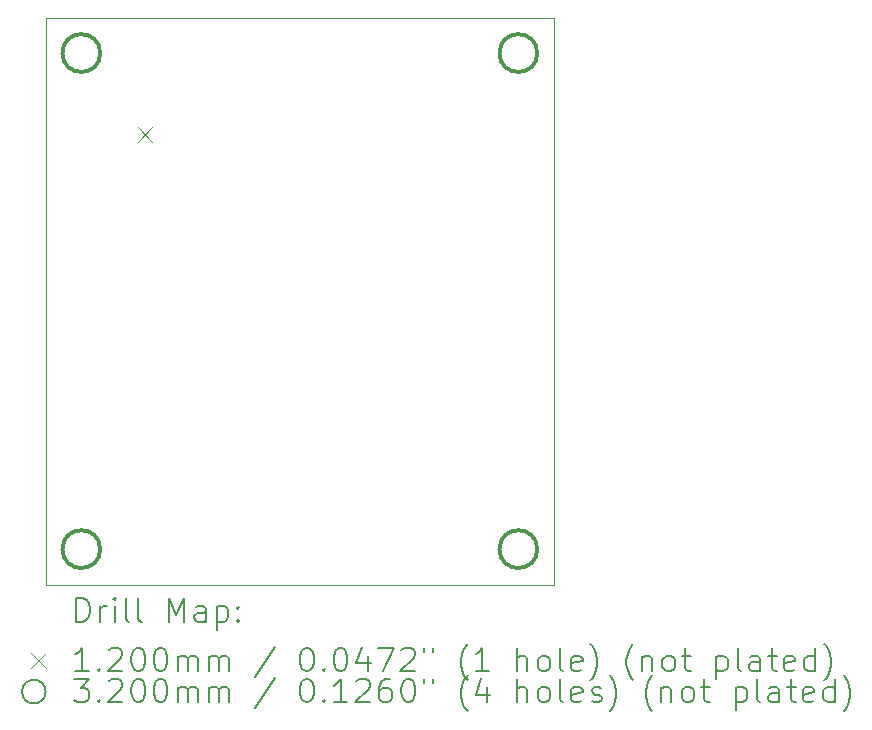
<source format=gbr>
%TF.GenerationSoftware,KiCad,Pcbnew,8.0.5*%
%TF.CreationDate,2025-02-08T21:47:27+08:00*%
%TF.ProjectId,arduino_solar_bikelight_1,61726475-696e-46f5-9f73-6f6c61725f62,rev?*%
%TF.SameCoordinates,Original*%
%TF.FileFunction,Drillmap*%
%TF.FilePolarity,Positive*%
%FSLAX45Y45*%
G04 Gerber Fmt 4.5, Leading zero omitted, Abs format (unit mm)*
G04 Created by KiCad (PCBNEW 8.0.5) date 2025-02-08 21:47:27*
%MOMM*%
%LPD*%
G01*
G04 APERTURE LIST*
%ADD10C,0.050000*%
%ADD11C,0.200000*%
%ADD12C,0.120000*%
%ADD13C,0.320000*%
G04 APERTURE END LIST*
D10*
X14144500Y-5839500D02*
X18444500Y-5839500D01*
X18444500Y-10639500D01*
X14144500Y-10639500D01*
X14144500Y-5839500D01*
D11*
D12*
X14924500Y-6769500D02*
X15044500Y-6889500D01*
X15044500Y-6769500D02*
X14924500Y-6889500D01*
D13*
X14604500Y-6139500D02*
G75*
G02*
X14284500Y-6139500I-160000J0D01*
G01*
X14284500Y-6139500D02*
G75*
G02*
X14604500Y-6139500I160000J0D01*
G01*
X14604500Y-10339500D02*
G75*
G02*
X14284500Y-10339500I-160000J0D01*
G01*
X14284500Y-10339500D02*
G75*
G02*
X14604500Y-10339500I160000J0D01*
G01*
X18304500Y-6139500D02*
G75*
G02*
X17984500Y-6139500I-160000J0D01*
G01*
X17984500Y-6139500D02*
G75*
G02*
X18304500Y-6139500I160000J0D01*
G01*
X18304500Y-10339500D02*
G75*
G02*
X17984500Y-10339500I-160000J0D01*
G01*
X17984500Y-10339500D02*
G75*
G02*
X18304500Y-10339500I160000J0D01*
G01*
D11*
X14402777Y-10953484D02*
X14402777Y-10753484D01*
X14402777Y-10753484D02*
X14450396Y-10753484D01*
X14450396Y-10753484D02*
X14478967Y-10763008D01*
X14478967Y-10763008D02*
X14498015Y-10782055D01*
X14498015Y-10782055D02*
X14507539Y-10801103D01*
X14507539Y-10801103D02*
X14517062Y-10839198D01*
X14517062Y-10839198D02*
X14517062Y-10867770D01*
X14517062Y-10867770D02*
X14507539Y-10905865D01*
X14507539Y-10905865D02*
X14498015Y-10924912D01*
X14498015Y-10924912D02*
X14478967Y-10943960D01*
X14478967Y-10943960D02*
X14450396Y-10953484D01*
X14450396Y-10953484D02*
X14402777Y-10953484D01*
X14602777Y-10953484D02*
X14602777Y-10820150D01*
X14602777Y-10858246D02*
X14612301Y-10839198D01*
X14612301Y-10839198D02*
X14621824Y-10829674D01*
X14621824Y-10829674D02*
X14640872Y-10820150D01*
X14640872Y-10820150D02*
X14659920Y-10820150D01*
X14726586Y-10953484D02*
X14726586Y-10820150D01*
X14726586Y-10753484D02*
X14717062Y-10763008D01*
X14717062Y-10763008D02*
X14726586Y-10772531D01*
X14726586Y-10772531D02*
X14736110Y-10763008D01*
X14736110Y-10763008D02*
X14726586Y-10753484D01*
X14726586Y-10753484D02*
X14726586Y-10772531D01*
X14850396Y-10953484D02*
X14831348Y-10943960D01*
X14831348Y-10943960D02*
X14821824Y-10924912D01*
X14821824Y-10924912D02*
X14821824Y-10753484D01*
X14955158Y-10953484D02*
X14936110Y-10943960D01*
X14936110Y-10943960D02*
X14926586Y-10924912D01*
X14926586Y-10924912D02*
X14926586Y-10753484D01*
X15183729Y-10953484D02*
X15183729Y-10753484D01*
X15183729Y-10753484D02*
X15250396Y-10896341D01*
X15250396Y-10896341D02*
X15317062Y-10753484D01*
X15317062Y-10753484D02*
X15317062Y-10953484D01*
X15498015Y-10953484D02*
X15498015Y-10848722D01*
X15498015Y-10848722D02*
X15488491Y-10829674D01*
X15488491Y-10829674D02*
X15469443Y-10820150D01*
X15469443Y-10820150D02*
X15431348Y-10820150D01*
X15431348Y-10820150D02*
X15412301Y-10829674D01*
X15498015Y-10943960D02*
X15478967Y-10953484D01*
X15478967Y-10953484D02*
X15431348Y-10953484D01*
X15431348Y-10953484D02*
X15412301Y-10943960D01*
X15412301Y-10943960D02*
X15402777Y-10924912D01*
X15402777Y-10924912D02*
X15402777Y-10905865D01*
X15402777Y-10905865D02*
X15412301Y-10886817D01*
X15412301Y-10886817D02*
X15431348Y-10877293D01*
X15431348Y-10877293D02*
X15478967Y-10877293D01*
X15478967Y-10877293D02*
X15498015Y-10867770D01*
X15593253Y-10820150D02*
X15593253Y-11020150D01*
X15593253Y-10829674D02*
X15612301Y-10820150D01*
X15612301Y-10820150D02*
X15650396Y-10820150D01*
X15650396Y-10820150D02*
X15669443Y-10829674D01*
X15669443Y-10829674D02*
X15678967Y-10839198D01*
X15678967Y-10839198D02*
X15688491Y-10858246D01*
X15688491Y-10858246D02*
X15688491Y-10915389D01*
X15688491Y-10915389D02*
X15678967Y-10934436D01*
X15678967Y-10934436D02*
X15669443Y-10943960D01*
X15669443Y-10943960D02*
X15650396Y-10953484D01*
X15650396Y-10953484D02*
X15612301Y-10953484D01*
X15612301Y-10953484D02*
X15593253Y-10943960D01*
X15774205Y-10934436D02*
X15783729Y-10943960D01*
X15783729Y-10943960D02*
X15774205Y-10953484D01*
X15774205Y-10953484D02*
X15764682Y-10943960D01*
X15764682Y-10943960D02*
X15774205Y-10934436D01*
X15774205Y-10934436D02*
X15774205Y-10953484D01*
X15774205Y-10829674D02*
X15783729Y-10839198D01*
X15783729Y-10839198D02*
X15774205Y-10848722D01*
X15774205Y-10848722D02*
X15764682Y-10839198D01*
X15764682Y-10839198D02*
X15774205Y-10829674D01*
X15774205Y-10829674D02*
X15774205Y-10848722D01*
D12*
X14022000Y-11222000D02*
X14142000Y-11342000D01*
X14142000Y-11222000D02*
X14022000Y-11342000D01*
D11*
X14507539Y-11373484D02*
X14393253Y-11373484D01*
X14450396Y-11373484D02*
X14450396Y-11173484D01*
X14450396Y-11173484D02*
X14431348Y-11202055D01*
X14431348Y-11202055D02*
X14412301Y-11221103D01*
X14412301Y-11221103D02*
X14393253Y-11230627D01*
X14593253Y-11354436D02*
X14602777Y-11363960D01*
X14602777Y-11363960D02*
X14593253Y-11373484D01*
X14593253Y-11373484D02*
X14583729Y-11363960D01*
X14583729Y-11363960D02*
X14593253Y-11354436D01*
X14593253Y-11354436D02*
X14593253Y-11373484D01*
X14678967Y-11192531D02*
X14688491Y-11183008D01*
X14688491Y-11183008D02*
X14707539Y-11173484D01*
X14707539Y-11173484D02*
X14755158Y-11173484D01*
X14755158Y-11173484D02*
X14774205Y-11183008D01*
X14774205Y-11183008D02*
X14783729Y-11192531D01*
X14783729Y-11192531D02*
X14793253Y-11211579D01*
X14793253Y-11211579D02*
X14793253Y-11230627D01*
X14793253Y-11230627D02*
X14783729Y-11259198D01*
X14783729Y-11259198D02*
X14669443Y-11373484D01*
X14669443Y-11373484D02*
X14793253Y-11373484D01*
X14917062Y-11173484D02*
X14936110Y-11173484D01*
X14936110Y-11173484D02*
X14955158Y-11183008D01*
X14955158Y-11183008D02*
X14964682Y-11192531D01*
X14964682Y-11192531D02*
X14974205Y-11211579D01*
X14974205Y-11211579D02*
X14983729Y-11249674D01*
X14983729Y-11249674D02*
X14983729Y-11297293D01*
X14983729Y-11297293D02*
X14974205Y-11335388D01*
X14974205Y-11335388D02*
X14964682Y-11354436D01*
X14964682Y-11354436D02*
X14955158Y-11363960D01*
X14955158Y-11363960D02*
X14936110Y-11373484D01*
X14936110Y-11373484D02*
X14917062Y-11373484D01*
X14917062Y-11373484D02*
X14898015Y-11363960D01*
X14898015Y-11363960D02*
X14888491Y-11354436D01*
X14888491Y-11354436D02*
X14878967Y-11335388D01*
X14878967Y-11335388D02*
X14869443Y-11297293D01*
X14869443Y-11297293D02*
X14869443Y-11249674D01*
X14869443Y-11249674D02*
X14878967Y-11211579D01*
X14878967Y-11211579D02*
X14888491Y-11192531D01*
X14888491Y-11192531D02*
X14898015Y-11183008D01*
X14898015Y-11183008D02*
X14917062Y-11173484D01*
X15107539Y-11173484D02*
X15126586Y-11173484D01*
X15126586Y-11173484D02*
X15145634Y-11183008D01*
X15145634Y-11183008D02*
X15155158Y-11192531D01*
X15155158Y-11192531D02*
X15164682Y-11211579D01*
X15164682Y-11211579D02*
X15174205Y-11249674D01*
X15174205Y-11249674D02*
X15174205Y-11297293D01*
X15174205Y-11297293D02*
X15164682Y-11335388D01*
X15164682Y-11335388D02*
X15155158Y-11354436D01*
X15155158Y-11354436D02*
X15145634Y-11363960D01*
X15145634Y-11363960D02*
X15126586Y-11373484D01*
X15126586Y-11373484D02*
X15107539Y-11373484D01*
X15107539Y-11373484D02*
X15088491Y-11363960D01*
X15088491Y-11363960D02*
X15078967Y-11354436D01*
X15078967Y-11354436D02*
X15069443Y-11335388D01*
X15069443Y-11335388D02*
X15059920Y-11297293D01*
X15059920Y-11297293D02*
X15059920Y-11249674D01*
X15059920Y-11249674D02*
X15069443Y-11211579D01*
X15069443Y-11211579D02*
X15078967Y-11192531D01*
X15078967Y-11192531D02*
X15088491Y-11183008D01*
X15088491Y-11183008D02*
X15107539Y-11173484D01*
X15259920Y-11373484D02*
X15259920Y-11240150D01*
X15259920Y-11259198D02*
X15269443Y-11249674D01*
X15269443Y-11249674D02*
X15288491Y-11240150D01*
X15288491Y-11240150D02*
X15317063Y-11240150D01*
X15317063Y-11240150D02*
X15336110Y-11249674D01*
X15336110Y-11249674D02*
X15345634Y-11268722D01*
X15345634Y-11268722D02*
X15345634Y-11373484D01*
X15345634Y-11268722D02*
X15355158Y-11249674D01*
X15355158Y-11249674D02*
X15374205Y-11240150D01*
X15374205Y-11240150D02*
X15402777Y-11240150D01*
X15402777Y-11240150D02*
X15421824Y-11249674D01*
X15421824Y-11249674D02*
X15431348Y-11268722D01*
X15431348Y-11268722D02*
X15431348Y-11373484D01*
X15526586Y-11373484D02*
X15526586Y-11240150D01*
X15526586Y-11259198D02*
X15536110Y-11249674D01*
X15536110Y-11249674D02*
X15555158Y-11240150D01*
X15555158Y-11240150D02*
X15583729Y-11240150D01*
X15583729Y-11240150D02*
X15602777Y-11249674D01*
X15602777Y-11249674D02*
X15612301Y-11268722D01*
X15612301Y-11268722D02*
X15612301Y-11373484D01*
X15612301Y-11268722D02*
X15621824Y-11249674D01*
X15621824Y-11249674D02*
X15640872Y-11240150D01*
X15640872Y-11240150D02*
X15669443Y-11240150D01*
X15669443Y-11240150D02*
X15688491Y-11249674D01*
X15688491Y-11249674D02*
X15698015Y-11268722D01*
X15698015Y-11268722D02*
X15698015Y-11373484D01*
X16088491Y-11163960D02*
X15917063Y-11421103D01*
X16345634Y-11173484D02*
X16364682Y-11173484D01*
X16364682Y-11173484D02*
X16383729Y-11183008D01*
X16383729Y-11183008D02*
X16393253Y-11192531D01*
X16393253Y-11192531D02*
X16402777Y-11211579D01*
X16402777Y-11211579D02*
X16412301Y-11249674D01*
X16412301Y-11249674D02*
X16412301Y-11297293D01*
X16412301Y-11297293D02*
X16402777Y-11335388D01*
X16402777Y-11335388D02*
X16393253Y-11354436D01*
X16393253Y-11354436D02*
X16383729Y-11363960D01*
X16383729Y-11363960D02*
X16364682Y-11373484D01*
X16364682Y-11373484D02*
X16345634Y-11373484D01*
X16345634Y-11373484D02*
X16326586Y-11363960D01*
X16326586Y-11363960D02*
X16317063Y-11354436D01*
X16317063Y-11354436D02*
X16307539Y-11335388D01*
X16307539Y-11335388D02*
X16298015Y-11297293D01*
X16298015Y-11297293D02*
X16298015Y-11249674D01*
X16298015Y-11249674D02*
X16307539Y-11211579D01*
X16307539Y-11211579D02*
X16317063Y-11192531D01*
X16317063Y-11192531D02*
X16326586Y-11183008D01*
X16326586Y-11183008D02*
X16345634Y-11173484D01*
X16498015Y-11354436D02*
X16507539Y-11363960D01*
X16507539Y-11363960D02*
X16498015Y-11373484D01*
X16498015Y-11373484D02*
X16488491Y-11363960D01*
X16488491Y-11363960D02*
X16498015Y-11354436D01*
X16498015Y-11354436D02*
X16498015Y-11373484D01*
X16631348Y-11173484D02*
X16650396Y-11173484D01*
X16650396Y-11173484D02*
X16669444Y-11183008D01*
X16669444Y-11183008D02*
X16678967Y-11192531D01*
X16678967Y-11192531D02*
X16688491Y-11211579D01*
X16688491Y-11211579D02*
X16698015Y-11249674D01*
X16698015Y-11249674D02*
X16698015Y-11297293D01*
X16698015Y-11297293D02*
X16688491Y-11335388D01*
X16688491Y-11335388D02*
X16678967Y-11354436D01*
X16678967Y-11354436D02*
X16669444Y-11363960D01*
X16669444Y-11363960D02*
X16650396Y-11373484D01*
X16650396Y-11373484D02*
X16631348Y-11373484D01*
X16631348Y-11373484D02*
X16612301Y-11363960D01*
X16612301Y-11363960D02*
X16602777Y-11354436D01*
X16602777Y-11354436D02*
X16593253Y-11335388D01*
X16593253Y-11335388D02*
X16583729Y-11297293D01*
X16583729Y-11297293D02*
X16583729Y-11249674D01*
X16583729Y-11249674D02*
X16593253Y-11211579D01*
X16593253Y-11211579D02*
X16602777Y-11192531D01*
X16602777Y-11192531D02*
X16612301Y-11183008D01*
X16612301Y-11183008D02*
X16631348Y-11173484D01*
X16869444Y-11240150D02*
X16869444Y-11373484D01*
X16821825Y-11163960D02*
X16774206Y-11306817D01*
X16774206Y-11306817D02*
X16898015Y-11306817D01*
X16955158Y-11173484D02*
X17088491Y-11173484D01*
X17088491Y-11173484D02*
X17002777Y-11373484D01*
X17155158Y-11192531D02*
X17164682Y-11183008D01*
X17164682Y-11183008D02*
X17183729Y-11173484D01*
X17183729Y-11173484D02*
X17231349Y-11173484D01*
X17231349Y-11173484D02*
X17250396Y-11183008D01*
X17250396Y-11183008D02*
X17259920Y-11192531D01*
X17259920Y-11192531D02*
X17269444Y-11211579D01*
X17269444Y-11211579D02*
X17269444Y-11230627D01*
X17269444Y-11230627D02*
X17259920Y-11259198D01*
X17259920Y-11259198D02*
X17145634Y-11373484D01*
X17145634Y-11373484D02*
X17269444Y-11373484D01*
X17345634Y-11173484D02*
X17345634Y-11211579D01*
X17421825Y-11173484D02*
X17421825Y-11211579D01*
X17717063Y-11449674D02*
X17707539Y-11440150D01*
X17707539Y-11440150D02*
X17688491Y-11411579D01*
X17688491Y-11411579D02*
X17678968Y-11392531D01*
X17678968Y-11392531D02*
X17669444Y-11363960D01*
X17669444Y-11363960D02*
X17659920Y-11316341D01*
X17659920Y-11316341D02*
X17659920Y-11278246D01*
X17659920Y-11278246D02*
X17669444Y-11230627D01*
X17669444Y-11230627D02*
X17678968Y-11202055D01*
X17678968Y-11202055D02*
X17688491Y-11183008D01*
X17688491Y-11183008D02*
X17707539Y-11154436D01*
X17707539Y-11154436D02*
X17717063Y-11144912D01*
X17898015Y-11373484D02*
X17783730Y-11373484D01*
X17840872Y-11373484D02*
X17840872Y-11173484D01*
X17840872Y-11173484D02*
X17821825Y-11202055D01*
X17821825Y-11202055D02*
X17802777Y-11221103D01*
X17802777Y-11221103D02*
X17783730Y-11230627D01*
X18136111Y-11373484D02*
X18136111Y-11173484D01*
X18221825Y-11373484D02*
X18221825Y-11268722D01*
X18221825Y-11268722D02*
X18212301Y-11249674D01*
X18212301Y-11249674D02*
X18193253Y-11240150D01*
X18193253Y-11240150D02*
X18164682Y-11240150D01*
X18164682Y-11240150D02*
X18145634Y-11249674D01*
X18145634Y-11249674D02*
X18136111Y-11259198D01*
X18345634Y-11373484D02*
X18326587Y-11363960D01*
X18326587Y-11363960D02*
X18317063Y-11354436D01*
X18317063Y-11354436D02*
X18307539Y-11335388D01*
X18307539Y-11335388D02*
X18307539Y-11278246D01*
X18307539Y-11278246D02*
X18317063Y-11259198D01*
X18317063Y-11259198D02*
X18326587Y-11249674D01*
X18326587Y-11249674D02*
X18345634Y-11240150D01*
X18345634Y-11240150D02*
X18374206Y-11240150D01*
X18374206Y-11240150D02*
X18393253Y-11249674D01*
X18393253Y-11249674D02*
X18402777Y-11259198D01*
X18402777Y-11259198D02*
X18412301Y-11278246D01*
X18412301Y-11278246D02*
X18412301Y-11335388D01*
X18412301Y-11335388D02*
X18402777Y-11354436D01*
X18402777Y-11354436D02*
X18393253Y-11363960D01*
X18393253Y-11363960D02*
X18374206Y-11373484D01*
X18374206Y-11373484D02*
X18345634Y-11373484D01*
X18526587Y-11373484D02*
X18507539Y-11363960D01*
X18507539Y-11363960D02*
X18498015Y-11344912D01*
X18498015Y-11344912D02*
X18498015Y-11173484D01*
X18678968Y-11363960D02*
X18659920Y-11373484D01*
X18659920Y-11373484D02*
X18621825Y-11373484D01*
X18621825Y-11373484D02*
X18602777Y-11363960D01*
X18602777Y-11363960D02*
X18593253Y-11344912D01*
X18593253Y-11344912D02*
X18593253Y-11268722D01*
X18593253Y-11268722D02*
X18602777Y-11249674D01*
X18602777Y-11249674D02*
X18621825Y-11240150D01*
X18621825Y-11240150D02*
X18659920Y-11240150D01*
X18659920Y-11240150D02*
X18678968Y-11249674D01*
X18678968Y-11249674D02*
X18688492Y-11268722D01*
X18688492Y-11268722D02*
X18688492Y-11287769D01*
X18688492Y-11287769D02*
X18593253Y-11306817D01*
X18755158Y-11449674D02*
X18764682Y-11440150D01*
X18764682Y-11440150D02*
X18783730Y-11411579D01*
X18783730Y-11411579D02*
X18793253Y-11392531D01*
X18793253Y-11392531D02*
X18802777Y-11363960D01*
X18802777Y-11363960D02*
X18812301Y-11316341D01*
X18812301Y-11316341D02*
X18812301Y-11278246D01*
X18812301Y-11278246D02*
X18802777Y-11230627D01*
X18802777Y-11230627D02*
X18793253Y-11202055D01*
X18793253Y-11202055D02*
X18783730Y-11183008D01*
X18783730Y-11183008D02*
X18764682Y-11154436D01*
X18764682Y-11154436D02*
X18755158Y-11144912D01*
X19117063Y-11449674D02*
X19107539Y-11440150D01*
X19107539Y-11440150D02*
X19088492Y-11411579D01*
X19088492Y-11411579D02*
X19078968Y-11392531D01*
X19078968Y-11392531D02*
X19069444Y-11363960D01*
X19069444Y-11363960D02*
X19059920Y-11316341D01*
X19059920Y-11316341D02*
X19059920Y-11278246D01*
X19059920Y-11278246D02*
X19069444Y-11230627D01*
X19069444Y-11230627D02*
X19078968Y-11202055D01*
X19078968Y-11202055D02*
X19088492Y-11183008D01*
X19088492Y-11183008D02*
X19107539Y-11154436D01*
X19107539Y-11154436D02*
X19117063Y-11144912D01*
X19193253Y-11240150D02*
X19193253Y-11373484D01*
X19193253Y-11259198D02*
X19202777Y-11249674D01*
X19202777Y-11249674D02*
X19221825Y-11240150D01*
X19221825Y-11240150D02*
X19250396Y-11240150D01*
X19250396Y-11240150D02*
X19269444Y-11249674D01*
X19269444Y-11249674D02*
X19278968Y-11268722D01*
X19278968Y-11268722D02*
X19278968Y-11373484D01*
X19402777Y-11373484D02*
X19383730Y-11363960D01*
X19383730Y-11363960D02*
X19374206Y-11354436D01*
X19374206Y-11354436D02*
X19364682Y-11335388D01*
X19364682Y-11335388D02*
X19364682Y-11278246D01*
X19364682Y-11278246D02*
X19374206Y-11259198D01*
X19374206Y-11259198D02*
X19383730Y-11249674D01*
X19383730Y-11249674D02*
X19402777Y-11240150D01*
X19402777Y-11240150D02*
X19431349Y-11240150D01*
X19431349Y-11240150D02*
X19450396Y-11249674D01*
X19450396Y-11249674D02*
X19459920Y-11259198D01*
X19459920Y-11259198D02*
X19469444Y-11278246D01*
X19469444Y-11278246D02*
X19469444Y-11335388D01*
X19469444Y-11335388D02*
X19459920Y-11354436D01*
X19459920Y-11354436D02*
X19450396Y-11363960D01*
X19450396Y-11363960D02*
X19431349Y-11373484D01*
X19431349Y-11373484D02*
X19402777Y-11373484D01*
X19526587Y-11240150D02*
X19602777Y-11240150D01*
X19555158Y-11173484D02*
X19555158Y-11344912D01*
X19555158Y-11344912D02*
X19564682Y-11363960D01*
X19564682Y-11363960D02*
X19583730Y-11373484D01*
X19583730Y-11373484D02*
X19602777Y-11373484D01*
X19821825Y-11240150D02*
X19821825Y-11440150D01*
X19821825Y-11249674D02*
X19840873Y-11240150D01*
X19840873Y-11240150D02*
X19878968Y-11240150D01*
X19878968Y-11240150D02*
X19898015Y-11249674D01*
X19898015Y-11249674D02*
X19907539Y-11259198D01*
X19907539Y-11259198D02*
X19917063Y-11278246D01*
X19917063Y-11278246D02*
X19917063Y-11335388D01*
X19917063Y-11335388D02*
X19907539Y-11354436D01*
X19907539Y-11354436D02*
X19898015Y-11363960D01*
X19898015Y-11363960D02*
X19878968Y-11373484D01*
X19878968Y-11373484D02*
X19840873Y-11373484D01*
X19840873Y-11373484D02*
X19821825Y-11363960D01*
X20031349Y-11373484D02*
X20012301Y-11363960D01*
X20012301Y-11363960D02*
X20002777Y-11344912D01*
X20002777Y-11344912D02*
X20002777Y-11173484D01*
X20193254Y-11373484D02*
X20193254Y-11268722D01*
X20193254Y-11268722D02*
X20183730Y-11249674D01*
X20183730Y-11249674D02*
X20164682Y-11240150D01*
X20164682Y-11240150D02*
X20126587Y-11240150D01*
X20126587Y-11240150D02*
X20107539Y-11249674D01*
X20193254Y-11363960D02*
X20174206Y-11373484D01*
X20174206Y-11373484D02*
X20126587Y-11373484D01*
X20126587Y-11373484D02*
X20107539Y-11363960D01*
X20107539Y-11363960D02*
X20098015Y-11344912D01*
X20098015Y-11344912D02*
X20098015Y-11325865D01*
X20098015Y-11325865D02*
X20107539Y-11306817D01*
X20107539Y-11306817D02*
X20126587Y-11297293D01*
X20126587Y-11297293D02*
X20174206Y-11297293D01*
X20174206Y-11297293D02*
X20193254Y-11287769D01*
X20259920Y-11240150D02*
X20336111Y-11240150D01*
X20288492Y-11173484D02*
X20288492Y-11344912D01*
X20288492Y-11344912D02*
X20298015Y-11363960D01*
X20298015Y-11363960D02*
X20317063Y-11373484D01*
X20317063Y-11373484D02*
X20336111Y-11373484D01*
X20478968Y-11363960D02*
X20459920Y-11373484D01*
X20459920Y-11373484D02*
X20421825Y-11373484D01*
X20421825Y-11373484D02*
X20402777Y-11363960D01*
X20402777Y-11363960D02*
X20393254Y-11344912D01*
X20393254Y-11344912D02*
X20393254Y-11268722D01*
X20393254Y-11268722D02*
X20402777Y-11249674D01*
X20402777Y-11249674D02*
X20421825Y-11240150D01*
X20421825Y-11240150D02*
X20459920Y-11240150D01*
X20459920Y-11240150D02*
X20478968Y-11249674D01*
X20478968Y-11249674D02*
X20488492Y-11268722D01*
X20488492Y-11268722D02*
X20488492Y-11287769D01*
X20488492Y-11287769D02*
X20393254Y-11306817D01*
X20659920Y-11373484D02*
X20659920Y-11173484D01*
X20659920Y-11363960D02*
X20640873Y-11373484D01*
X20640873Y-11373484D02*
X20602777Y-11373484D01*
X20602777Y-11373484D02*
X20583730Y-11363960D01*
X20583730Y-11363960D02*
X20574206Y-11354436D01*
X20574206Y-11354436D02*
X20564682Y-11335388D01*
X20564682Y-11335388D02*
X20564682Y-11278246D01*
X20564682Y-11278246D02*
X20574206Y-11259198D01*
X20574206Y-11259198D02*
X20583730Y-11249674D01*
X20583730Y-11249674D02*
X20602777Y-11240150D01*
X20602777Y-11240150D02*
X20640873Y-11240150D01*
X20640873Y-11240150D02*
X20659920Y-11249674D01*
X20736111Y-11449674D02*
X20745635Y-11440150D01*
X20745635Y-11440150D02*
X20764682Y-11411579D01*
X20764682Y-11411579D02*
X20774206Y-11392531D01*
X20774206Y-11392531D02*
X20783730Y-11363960D01*
X20783730Y-11363960D02*
X20793254Y-11316341D01*
X20793254Y-11316341D02*
X20793254Y-11278246D01*
X20793254Y-11278246D02*
X20783730Y-11230627D01*
X20783730Y-11230627D02*
X20774206Y-11202055D01*
X20774206Y-11202055D02*
X20764682Y-11183008D01*
X20764682Y-11183008D02*
X20745635Y-11154436D01*
X20745635Y-11154436D02*
X20736111Y-11144912D01*
X14142000Y-11546000D02*
G75*
G02*
X13942000Y-11546000I-100000J0D01*
G01*
X13942000Y-11546000D02*
G75*
G02*
X14142000Y-11546000I100000J0D01*
G01*
X14383729Y-11437484D02*
X14507539Y-11437484D01*
X14507539Y-11437484D02*
X14440872Y-11513674D01*
X14440872Y-11513674D02*
X14469443Y-11513674D01*
X14469443Y-11513674D02*
X14488491Y-11523198D01*
X14488491Y-11523198D02*
X14498015Y-11532722D01*
X14498015Y-11532722D02*
X14507539Y-11551769D01*
X14507539Y-11551769D02*
X14507539Y-11599388D01*
X14507539Y-11599388D02*
X14498015Y-11618436D01*
X14498015Y-11618436D02*
X14488491Y-11627960D01*
X14488491Y-11627960D02*
X14469443Y-11637484D01*
X14469443Y-11637484D02*
X14412301Y-11637484D01*
X14412301Y-11637484D02*
X14393253Y-11627960D01*
X14393253Y-11627960D02*
X14383729Y-11618436D01*
X14593253Y-11618436D02*
X14602777Y-11627960D01*
X14602777Y-11627960D02*
X14593253Y-11637484D01*
X14593253Y-11637484D02*
X14583729Y-11627960D01*
X14583729Y-11627960D02*
X14593253Y-11618436D01*
X14593253Y-11618436D02*
X14593253Y-11637484D01*
X14678967Y-11456531D02*
X14688491Y-11447008D01*
X14688491Y-11447008D02*
X14707539Y-11437484D01*
X14707539Y-11437484D02*
X14755158Y-11437484D01*
X14755158Y-11437484D02*
X14774205Y-11447008D01*
X14774205Y-11447008D02*
X14783729Y-11456531D01*
X14783729Y-11456531D02*
X14793253Y-11475579D01*
X14793253Y-11475579D02*
X14793253Y-11494627D01*
X14793253Y-11494627D02*
X14783729Y-11523198D01*
X14783729Y-11523198D02*
X14669443Y-11637484D01*
X14669443Y-11637484D02*
X14793253Y-11637484D01*
X14917062Y-11437484D02*
X14936110Y-11437484D01*
X14936110Y-11437484D02*
X14955158Y-11447008D01*
X14955158Y-11447008D02*
X14964682Y-11456531D01*
X14964682Y-11456531D02*
X14974205Y-11475579D01*
X14974205Y-11475579D02*
X14983729Y-11513674D01*
X14983729Y-11513674D02*
X14983729Y-11561293D01*
X14983729Y-11561293D02*
X14974205Y-11599388D01*
X14974205Y-11599388D02*
X14964682Y-11618436D01*
X14964682Y-11618436D02*
X14955158Y-11627960D01*
X14955158Y-11627960D02*
X14936110Y-11637484D01*
X14936110Y-11637484D02*
X14917062Y-11637484D01*
X14917062Y-11637484D02*
X14898015Y-11627960D01*
X14898015Y-11627960D02*
X14888491Y-11618436D01*
X14888491Y-11618436D02*
X14878967Y-11599388D01*
X14878967Y-11599388D02*
X14869443Y-11561293D01*
X14869443Y-11561293D02*
X14869443Y-11513674D01*
X14869443Y-11513674D02*
X14878967Y-11475579D01*
X14878967Y-11475579D02*
X14888491Y-11456531D01*
X14888491Y-11456531D02*
X14898015Y-11447008D01*
X14898015Y-11447008D02*
X14917062Y-11437484D01*
X15107539Y-11437484D02*
X15126586Y-11437484D01*
X15126586Y-11437484D02*
X15145634Y-11447008D01*
X15145634Y-11447008D02*
X15155158Y-11456531D01*
X15155158Y-11456531D02*
X15164682Y-11475579D01*
X15164682Y-11475579D02*
X15174205Y-11513674D01*
X15174205Y-11513674D02*
X15174205Y-11561293D01*
X15174205Y-11561293D02*
X15164682Y-11599388D01*
X15164682Y-11599388D02*
X15155158Y-11618436D01*
X15155158Y-11618436D02*
X15145634Y-11627960D01*
X15145634Y-11627960D02*
X15126586Y-11637484D01*
X15126586Y-11637484D02*
X15107539Y-11637484D01*
X15107539Y-11637484D02*
X15088491Y-11627960D01*
X15088491Y-11627960D02*
X15078967Y-11618436D01*
X15078967Y-11618436D02*
X15069443Y-11599388D01*
X15069443Y-11599388D02*
X15059920Y-11561293D01*
X15059920Y-11561293D02*
X15059920Y-11513674D01*
X15059920Y-11513674D02*
X15069443Y-11475579D01*
X15069443Y-11475579D02*
X15078967Y-11456531D01*
X15078967Y-11456531D02*
X15088491Y-11447008D01*
X15088491Y-11447008D02*
X15107539Y-11437484D01*
X15259920Y-11637484D02*
X15259920Y-11504150D01*
X15259920Y-11523198D02*
X15269443Y-11513674D01*
X15269443Y-11513674D02*
X15288491Y-11504150D01*
X15288491Y-11504150D02*
X15317063Y-11504150D01*
X15317063Y-11504150D02*
X15336110Y-11513674D01*
X15336110Y-11513674D02*
X15345634Y-11532722D01*
X15345634Y-11532722D02*
X15345634Y-11637484D01*
X15345634Y-11532722D02*
X15355158Y-11513674D01*
X15355158Y-11513674D02*
X15374205Y-11504150D01*
X15374205Y-11504150D02*
X15402777Y-11504150D01*
X15402777Y-11504150D02*
X15421824Y-11513674D01*
X15421824Y-11513674D02*
X15431348Y-11532722D01*
X15431348Y-11532722D02*
X15431348Y-11637484D01*
X15526586Y-11637484D02*
X15526586Y-11504150D01*
X15526586Y-11523198D02*
X15536110Y-11513674D01*
X15536110Y-11513674D02*
X15555158Y-11504150D01*
X15555158Y-11504150D02*
X15583729Y-11504150D01*
X15583729Y-11504150D02*
X15602777Y-11513674D01*
X15602777Y-11513674D02*
X15612301Y-11532722D01*
X15612301Y-11532722D02*
X15612301Y-11637484D01*
X15612301Y-11532722D02*
X15621824Y-11513674D01*
X15621824Y-11513674D02*
X15640872Y-11504150D01*
X15640872Y-11504150D02*
X15669443Y-11504150D01*
X15669443Y-11504150D02*
X15688491Y-11513674D01*
X15688491Y-11513674D02*
X15698015Y-11532722D01*
X15698015Y-11532722D02*
X15698015Y-11637484D01*
X16088491Y-11427960D02*
X15917063Y-11685103D01*
X16345634Y-11437484D02*
X16364682Y-11437484D01*
X16364682Y-11437484D02*
X16383729Y-11447008D01*
X16383729Y-11447008D02*
X16393253Y-11456531D01*
X16393253Y-11456531D02*
X16402777Y-11475579D01*
X16402777Y-11475579D02*
X16412301Y-11513674D01*
X16412301Y-11513674D02*
X16412301Y-11561293D01*
X16412301Y-11561293D02*
X16402777Y-11599388D01*
X16402777Y-11599388D02*
X16393253Y-11618436D01*
X16393253Y-11618436D02*
X16383729Y-11627960D01*
X16383729Y-11627960D02*
X16364682Y-11637484D01*
X16364682Y-11637484D02*
X16345634Y-11637484D01*
X16345634Y-11637484D02*
X16326586Y-11627960D01*
X16326586Y-11627960D02*
X16317063Y-11618436D01*
X16317063Y-11618436D02*
X16307539Y-11599388D01*
X16307539Y-11599388D02*
X16298015Y-11561293D01*
X16298015Y-11561293D02*
X16298015Y-11513674D01*
X16298015Y-11513674D02*
X16307539Y-11475579D01*
X16307539Y-11475579D02*
X16317063Y-11456531D01*
X16317063Y-11456531D02*
X16326586Y-11447008D01*
X16326586Y-11447008D02*
X16345634Y-11437484D01*
X16498015Y-11618436D02*
X16507539Y-11627960D01*
X16507539Y-11627960D02*
X16498015Y-11637484D01*
X16498015Y-11637484D02*
X16488491Y-11627960D01*
X16488491Y-11627960D02*
X16498015Y-11618436D01*
X16498015Y-11618436D02*
X16498015Y-11637484D01*
X16698015Y-11637484D02*
X16583729Y-11637484D01*
X16640872Y-11637484D02*
X16640872Y-11437484D01*
X16640872Y-11437484D02*
X16621825Y-11466055D01*
X16621825Y-11466055D02*
X16602777Y-11485103D01*
X16602777Y-11485103D02*
X16583729Y-11494627D01*
X16774206Y-11456531D02*
X16783729Y-11447008D01*
X16783729Y-11447008D02*
X16802777Y-11437484D01*
X16802777Y-11437484D02*
X16850396Y-11437484D01*
X16850396Y-11437484D02*
X16869444Y-11447008D01*
X16869444Y-11447008D02*
X16878968Y-11456531D01*
X16878968Y-11456531D02*
X16888491Y-11475579D01*
X16888491Y-11475579D02*
X16888491Y-11494627D01*
X16888491Y-11494627D02*
X16878968Y-11523198D01*
X16878968Y-11523198D02*
X16764682Y-11637484D01*
X16764682Y-11637484D02*
X16888491Y-11637484D01*
X17059920Y-11437484D02*
X17021825Y-11437484D01*
X17021825Y-11437484D02*
X17002777Y-11447008D01*
X17002777Y-11447008D02*
X16993253Y-11456531D01*
X16993253Y-11456531D02*
X16974206Y-11485103D01*
X16974206Y-11485103D02*
X16964682Y-11523198D01*
X16964682Y-11523198D02*
X16964682Y-11599388D01*
X16964682Y-11599388D02*
X16974206Y-11618436D01*
X16974206Y-11618436D02*
X16983729Y-11627960D01*
X16983729Y-11627960D02*
X17002777Y-11637484D01*
X17002777Y-11637484D02*
X17040872Y-11637484D01*
X17040872Y-11637484D02*
X17059920Y-11627960D01*
X17059920Y-11627960D02*
X17069444Y-11618436D01*
X17069444Y-11618436D02*
X17078968Y-11599388D01*
X17078968Y-11599388D02*
X17078968Y-11551769D01*
X17078968Y-11551769D02*
X17069444Y-11532722D01*
X17069444Y-11532722D02*
X17059920Y-11523198D01*
X17059920Y-11523198D02*
X17040872Y-11513674D01*
X17040872Y-11513674D02*
X17002777Y-11513674D01*
X17002777Y-11513674D02*
X16983729Y-11523198D01*
X16983729Y-11523198D02*
X16974206Y-11532722D01*
X16974206Y-11532722D02*
X16964682Y-11551769D01*
X17202777Y-11437484D02*
X17221825Y-11437484D01*
X17221825Y-11437484D02*
X17240872Y-11447008D01*
X17240872Y-11447008D02*
X17250396Y-11456531D01*
X17250396Y-11456531D02*
X17259920Y-11475579D01*
X17259920Y-11475579D02*
X17269444Y-11513674D01*
X17269444Y-11513674D02*
X17269444Y-11561293D01*
X17269444Y-11561293D02*
X17259920Y-11599388D01*
X17259920Y-11599388D02*
X17250396Y-11618436D01*
X17250396Y-11618436D02*
X17240872Y-11627960D01*
X17240872Y-11627960D02*
X17221825Y-11637484D01*
X17221825Y-11637484D02*
X17202777Y-11637484D01*
X17202777Y-11637484D02*
X17183729Y-11627960D01*
X17183729Y-11627960D02*
X17174206Y-11618436D01*
X17174206Y-11618436D02*
X17164682Y-11599388D01*
X17164682Y-11599388D02*
X17155158Y-11561293D01*
X17155158Y-11561293D02*
X17155158Y-11513674D01*
X17155158Y-11513674D02*
X17164682Y-11475579D01*
X17164682Y-11475579D02*
X17174206Y-11456531D01*
X17174206Y-11456531D02*
X17183729Y-11447008D01*
X17183729Y-11447008D02*
X17202777Y-11437484D01*
X17345634Y-11437484D02*
X17345634Y-11475579D01*
X17421825Y-11437484D02*
X17421825Y-11475579D01*
X17717063Y-11713674D02*
X17707539Y-11704150D01*
X17707539Y-11704150D02*
X17688491Y-11675579D01*
X17688491Y-11675579D02*
X17678968Y-11656531D01*
X17678968Y-11656531D02*
X17669444Y-11627960D01*
X17669444Y-11627960D02*
X17659920Y-11580341D01*
X17659920Y-11580341D02*
X17659920Y-11542246D01*
X17659920Y-11542246D02*
X17669444Y-11494627D01*
X17669444Y-11494627D02*
X17678968Y-11466055D01*
X17678968Y-11466055D02*
X17688491Y-11447008D01*
X17688491Y-11447008D02*
X17707539Y-11418436D01*
X17707539Y-11418436D02*
X17717063Y-11408912D01*
X17878968Y-11504150D02*
X17878968Y-11637484D01*
X17831349Y-11427960D02*
X17783730Y-11570817D01*
X17783730Y-11570817D02*
X17907539Y-11570817D01*
X18136111Y-11637484D02*
X18136111Y-11437484D01*
X18221825Y-11637484D02*
X18221825Y-11532722D01*
X18221825Y-11532722D02*
X18212301Y-11513674D01*
X18212301Y-11513674D02*
X18193253Y-11504150D01*
X18193253Y-11504150D02*
X18164682Y-11504150D01*
X18164682Y-11504150D02*
X18145634Y-11513674D01*
X18145634Y-11513674D02*
X18136111Y-11523198D01*
X18345634Y-11637484D02*
X18326587Y-11627960D01*
X18326587Y-11627960D02*
X18317063Y-11618436D01*
X18317063Y-11618436D02*
X18307539Y-11599388D01*
X18307539Y-11599388D02*
X18307539Y-11542246D01*
X18307539Y-11542246D02*
X18317063Y-11523198D01*
X18317063Y-11523198D02*
X18326587Y-11513674D01*
X18326587Y-11513674D02*
X18345634Y-11504150D01*
X18345634Y-11504150D02*
X18374206Y-11504150D01*
X18374206Y-11504150D02*
X18393253Y-11513674D01*
X18393253Y-11513674D02*
X18402777Y-11523198D01*
X18402777Y-11523198D02*
X18412301Y-11542246D01*
X18412301Y-11542246D02*
X18412301Y-11599388D01*
X18412301Y-11599388D02*
X18402777Y-11618436D01*
X18402777Y-11618436D02*
X18393253Y-11627960D01*
X18393253Y-11627960D02*
X18374206Y-11637484D01*
X18374206Y-11637484D02*
X18345634Y-11637484D01*
X18526587Y-11637484D02*
X18507539Y-11627960D01*
X18507539Y-11627960D02*
X18498015Y-11608912D01*
X18498015Y-11608912D02*
X18498015Y-11437484D01*
X18678968Y-11627960D02*
X18659920Y-11637484D01*
X18659920Y-11637484D02*
X18621825Y-11637484D01*
X18621825Y-11637484D02*
X18602777Y-11627960D01*
X18602777Y-11627960D02*
X18593253Y-11608912D01*
X18593253Y-11608912D02*
X18593253Y-11532722D01*
X18593253Y-11532722D02*
X18602777Y-11513674D01*
X18602777Y-11513674D02*
X18621825Y-11504150D01*
X18621825Y-11504150D02*
X18659920Y-11504150D01*
X18659920Y-11504150D02*
X18678968Y-11513674D01*
X18678968Y-11513674D02*
X18688492Y-11532722D01*
X18688492Y-11532722D02*
X18688492Y-11551769D01*
X18688492Y-11551769D02*
X18593253Y-11570817D01*
X18764682Y-11627960D02*
X18783730Y-11637484D01*
X18783730Y-11637484D02*
X18821825Y-11637484D01*
X18821825Y-11637484D02*
X18840873Y-11627960D01*
X18840873Y-11627960D02*
X18850396Y-11608912D01*
X18850396Y-11608912D02*
X18850396Y-11599388D01*
X18850396Y-11599388D02*
X18840873Y-11580341D01*
X18840873Y-11580341D02*
X18821825Y-11570817D01*
X18821825Y-11570817D02*
X18793253Y-11570817D01*
X18793253Y-11570817D02*
X18774206Y-11561293D01*
X18774206Y-11561293D02*
X18764682Y-11542246D01*
X18764682Y-11542246D02*
X18764682Y-11532722D01*
X18764682Y-11532722D02*
X18774206Y-11513674D01*
X18774206Y-11513674D02*
X18793253Y-11504150D01*
X18793253Y-11504150D02*
X18821825Y-11504150D01*
X18821825Y-11504150D02*
X18840873Y-11513674D01*
X18917063Y-11713674D02*
X18926587Y-11704150D01*
X18926587Y-11704150D02*
X18945634Y-11675579D01*
X18945634Y-11675579D02*
X18955158Y-11656531D01*
X18955158Y-11656531D02*
X18964682Y-11627960D01*
X18964682Y-11627960D02*
X18974206Y-11580341D01*
X18974206Y-11580341D02*
X18974206Y-11542246D01*
X18974206Y-11542246D02*
X18964682Y-11494627D01*
X18964682Y-11494627D02*
X18955158Y-11466055D01*
X18955158Y-11466055D02*
X18945634Y-11447008D01*
X18945634Y-11447008D02*
X18926587Y-11418436D01*
X18926587Y-11418436D02*
X18917063Y-11408912D01*
X19278968Y-11713674D02*
X19269444Y-11704150D01*
X19269444Y-11704150D02*
X19250396Y-11675579D01*
X19250396Y-11675579D02*
X19240873Y-11656531D01*
X19240873Y-11656531D02*
X19231349Y-11627960D01*
X19231349Y-11627960D02*
X19221825Y-11580341D01*
X19221825Y-11580341D02*
X19221825Y-11542246D01*
X19221825Y-11542246D02*
X19231349Y-11494627D01*
X19231349Y-11494627D02*
X19240873Y-11466055D01*
X19240873Y-11466055D02*
X19250396Y-11447008D01*
X19250396Y-11447008D02*
X19269444Y-11418436D01*
X19269444Y-11418436D02*
X19278968Y-11408912D01*
X19355158Y-11504150D02*
X19355158Y-11637484D01*
X19355158Y-11523198D02*
X19364682Y-11513674D01*
X19364682Y-11513674D02*
X19383730Y-11504150D01*
X19383730Y-11504150D02*
X19412301Y-11504150D01*
X19412301Y-11504150D02*
X19431349Y-11513674D01*
X19431349Y-11513674D02*
X19440873Y-11532722D01*
X19440873Y-11532722D02*
X19440873Y-11637484D01*
X19564682Y-11637484D02*
X19545634Y-11627960D01*
X19545634Y-11627960D02*
X19536111Y-11618436D01*
X19536111Y-11618436D02*
X19526587Y-11599388D01*
X19526587Y-11599388D02*
X19526587Y-11542246D01*
X19526587Y-11542246D02*
X19536111Y-11523198D01*
X19536111Y-11523198D02*
X19545634Y-11513674D01*
X19545634Y-11513674D02*
X19564682Y-11504150D01*
X19564682Y-11504150D02*
X19593254Y-11504150D01*
X19593254Y-11504150D02*
X19612301Y-11513674D01*
X19612301Y-11513674D02*
X19621825Y-11523198D01*
X19621825Y-11523198D02*
X19631349Y-11542246D01*
X19631349Y-11542246D02*
X19631349Y-11599388D01*
X19631349Y-11599388D02*
X19621825Y-11618436D01*
X19621825Y-11618436D02*
X19612301Y-11627960D01*
X19612301Y-11627960D02*
X19593254Y-11637484D01*
X19593254Y-11637484D02*
X19564682Y-11637484D01*
X19688492Y-11504150D02*
X19764682Y-11504150D01*
X19717063Y-11437484D02*
X19717063Y-11608912D01*
X19717063Y-11608912D02*
X19726587Y-11627960D01*
X19726587Y-11627960D02*
X19745634Y-11637484D01*
X19745634Y-11637484D02*
X19764682Y-11637484D01*
X19983730Y-11504150D02*
X19983730Y-11704150D01*
X19983730Y-11513674D02*
X20002777Y-11504150D01*
X20002777Y-11504150D02*
X20040873Y-11504150D01*
X20040873Y-11504150D02*
X20059920Y-11513674D01*
X20059920Y-11513674D02*
X20069444Y-11523198D01*
X20069444Y-11523198D02*
X20078968Y-11542246D01*
X20078968Y-11542246D02*
X20078968Y-11599388D01*
X20078968Y-11599388D02*
X20069444Y-11618436D01*
X20069444Y-11618436D02*
X20059920Y-11627960D01*
X20059920Y-11627960D02*
X20040873Y-11637484D01*
X20040873Y-11637484D02*
X20002777Y-11637484D01*
X20002777Y-11637484D02*
X19983730Y-11627960D01*
X20193254Y-11637484D02*
X20174206Y-11627960D01*
X20174206Y-11627960D02*
X20164682Y-11608912D01*
X20164682Y-11608912D02*
X20164682Y-11437484D01*
X20355158Y-11637484D02*
X20355158Y-11532722D01*
X20355158Y-11532722D02*
X20345635Y-11513674D01*
X20345635Y-11513674D02*
X20326587Y-11504150D01*
X20326587Y-11504150D02*
X20288492Y-11504150D01*
X20288492Y-11504150D02*
X20269444Y-11513674D01*
X20355158Y-11627960D02*
X20336111Y-11637484D01*
X20336111Y-11637484D02*
X20288492Y-11637484D01*
X20288492Y-11637484D02*
X20269444Y-11627960D01*
X20269444Y-11627960D02*
X20259920Y-11608912D01*
X20259920Y-11608912D02*
X20259920Y-11589865D01*
X20259920Y-11589865D02*
X20269444Y-11570817D01*
X20269444Y-11570817D02*
X20288492Y-11561293D01*
X20288492Y-11561293D02*
X20336111Y-11561293D01*
X20336111Y-11561293D02*
X20355158Y-11551769D01*
X20421825Y-11504150D02*
X20498015Y-11504150D01*
X20450396Y-11437484D02*
X20450396Y-11608912D01*
X20450396Y-11608912D02*
X20459920Y-11627960D01*
X20459920Y-11627960D02*
X20478968Y-11637484D01*
X20478968Y-11637484D02*
X20498015Y-11637484D01*
X20640873Y-11627960D02*
X20621825Y-11637484D01*
X20621825Y-11637484D02*
X20583730Y-11637484D01*
X20583730Y-11637484D02*
X20564682Y-11627960D01*
X20564682Y-11627960D02*
X20555158Y-11608912D01*
X20555158Y-11608912D02*
X20555158Y-11532722D01*
X20555158Y-11532722D02*
X20564682Y-11513674D01*
X20564682Y-11513674D02*
X20583730Y-11504150D01*
X20583730Y-11504150D02*
X20621825Y-11504150D01*
X20621825Y-11504150D02*
X20640873Y-11513674D01*
X20640873Y-11513674D02*
X20650396Y-11532722D01*
X20650396Y-11532722D02*
X20650396Y-11551769D01*
X20650396Y-11551769D02*
X20555158Y-11570817D01*
X20821825Y-11637484D02*
X20821825Y-11437484D01*
X20821825Y-11627960D02*
X20802777Y-11637484D01*
X20802777Y-11637484D02*
X20764682Y-11637484D01*
X20764682Y-11637484D02*
X20745635Y-11627960D01*
X20745635Y-11627960D02*
X20736111Y-11618436D01*
X20736111Y-11618436D02*
X20726587Y-11599388D01*
X20726587Y-11599388D02*
X20726587Y-11542246D01*
X20726587Y-11542246D02*
X20736111Y-11523198D01*
X20736111Y-11523198D02*
X20745635Y-11513674D01*
X20745635Y-11513674D02*
X20764682Y-11504150D01*
X20764682Y-11504150D02*
X20802777Y-11504150D01*
X20802777Y-11504150D02*
X20821825Y-11513674D01*
X20898016Y-11713674D02*
X20907539Y-11704150D01*
X20907539Y-11704150D02*
X20926587Y-11675579D01*
X20926587Y-11675579D02*
X20936111Y-11656531D01*
X20936111Y-11656531D02*
X20945635Y-11627960D01*
X20945635Y-11627960D02*
X20955158Y-11580341D01*
X20955158Y-11580341D02*
X20955158Y-11542246D01*
X20955158Y-11542246D02*
X20945635Y-11494627D01*
X20945635Y-11494627D02*
X20936111Y-11466055D01*
X20936111Y-11466055D02*
X20926587Y-11447008D01*
X20926587Y-11447008D02*
X20907539Y-11418436D01*
X20907539Y-11418436D02*
X20898016Y-11408912D01*
M02*

</source>
